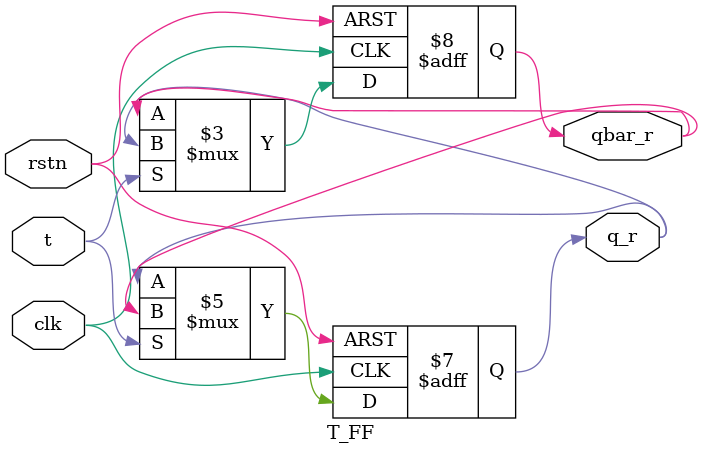
<source format=v>
module T_FF(t, rstn, clk, q_r, qbar_r);

    input t, rstn, clk;
    output reg q_r, qbar_r;

    always @(posedge clk, negedge rstn) begin
        
        if(~rstn)begin
            q_r <= 1'b0;
            qbar_r <= 1'b1;
        end
        else if(t)begin
            q_r <= qbar_r;
            qbar_r <= q_r;
        end
    end

endmodule
</source>
